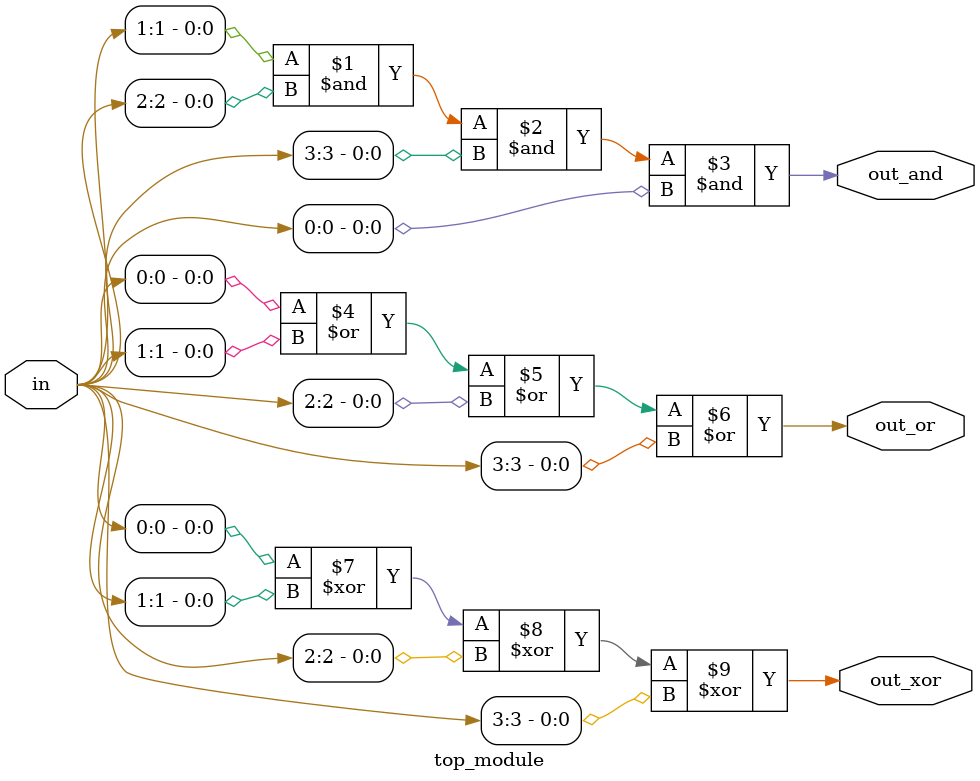
<source format=sv>
module top_module( 
    input [3:0] in,
    output out_and,
    output out_or,
    output out_xor
);
    assign out_and = in[1]&in[2]&in[3]&in[0];
    assign out_or = in[0]|in[1]|in[2]|in[3];
    assign out_xor = in[0]^in[1]^in[2]^in[3];
endmodule

</source>
